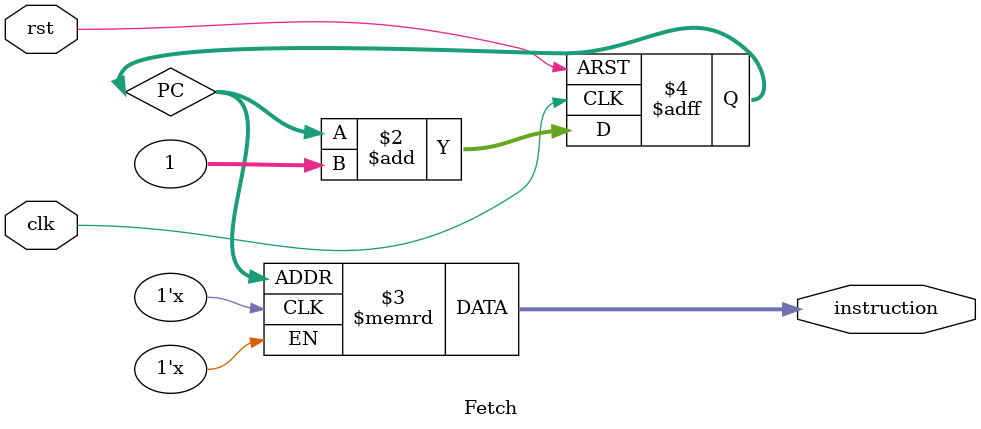
<source format=v>
module Fetch (
    input wire clk,
    input wire rst,
    output reg [15:0] instruction
);

reg [15:0] memory [0:1023]; 

integer PC;

always @(posedge clk or posedge rst) begin
    if (rst) begin
        PC <= 0; // Reset PC to 0
    end
    else begin
        PC <= PC + 1; 
    end
end

assign instruction = memory[PC];

endmodule


</source>
